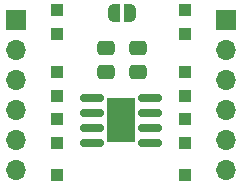
<source format=gts>
%TF.GenerationSoftware,KiCad,Pcbnew,8.0.3*%
%TF.CreationDate,2024-08-11T06:13:30+12:00*%
%TF.ProjectId,soic-8,736f6963-2d38-42e6-9b69-6361645f7063,rev?*%
%TF.SameCoordinates,Original*%
%TF.FileFunction,Soldermask,Top*%
%TF.FilePolarity,Negative*%
%FSLAX46Y46*%
G04 Gerber Fmt 4.6, Leading zero omitted, Abs format (unit mm)*
G04 Created by KiCad (PCBNEW 8.0.3) date 2024-08-11 06:13:30*
%MOMM*%
%LPD*%
G01*
G04 APERTURE LIST*
G04 Aperture macros list*
%AMRoundRect*
0 Rectangle with rounded corners*
0 $1 Rounding radius*
0 $2 $3 $4 $5 $6 $7 $8 $9 X,Y pos of 4 corners*
0 Add a 4 corners polygon primitive as box body*
4,1,4,$2,$3,$4,$5,$6,$7,$8,$9,$2,$3,0*
0 Add four circle primitives for the rounded corners*
1,1,$1+$1,$2,$3*
1,1,$1+$1,$4,$5*
1,1,$1+$1,$6,$7*
1,1,$1+$1,$8,$9*
0 Add four rect primitives between the rounded corners*
20,1,$1+$1,$2,$3,$4,$5,0*
20,1,$1+$1,$4,$5,$6,$7,0*
20,1,$1+$1,$6,$7,$8,$9,0*
20,1,$1+$1,$8,$9,$2,$3,0*%
%AMFreePoly0*
4,1,19,0.500000,-0.750000,0.000000,-0.750000,0.000000,-0.744911,-0.071157,-0.744911,-0.207708,-0.704816,-0.327430,-0.627875,-0.420627,-0.520320,-0.479746,-0.390866,-0.500000,-0.250000,-0.500000,0.250000,-0.479746,0.390866,-0.420627,0.520320,-0.327430,0.627875,-0.207708,0.704816,-0.071157,0.744911,0.000000,0.744911,0.000000,0.750000,0.500000,0.750000,0.500000,-0.750000,0.500000,-0.750000,
$1*%
%AMFreePoly1*
4,1,19,0.000000,0.744911,0.071157,0.744911,0.207708,0.704816,0.327430,0.627875,0.420627,0.520320,0.479746,0.390866,0.500000,0.250000,0.500000,-0.250000,0.479746,-0.390866,0.420627,-0.520320,0.327430,-0.627875,0.207708,-0.704816,0.071157,-0.744911,0.000000,-0.744911,0.000000,-0.750000,-0.500000,-0.750000,-0.500000,0.750000,0.000000,0.750000,0.000000,0.744911,0.000000,0.744911,
$1*%
G04 Aperture macros list end*
%ADD10R,1.000000X1.000000*%
%ADD11RoundRect,0.250000X-0.475000X0.337500X-0.475000X-0.337500X0.475000X-0.337500X0.475000X0.337500X0*%
%ADD12RoundRect,0.150000X-0.825000X-0.150000X0.825000X-0.150000X0.825000X0.150000X-0.825000X0.150000X0*%
%ADD13R,2.410000X3.810000*%
%ADD14FreePoly0,0.000000*%
%ADD15FreePoly1,0.000000*%
%ADD16R,1.700000X1.700000*%
%ADD17O,1.700000X1.700000*%
G04 APERTURE END LIST*
D10*
%TO.C,TP105*%
X-28500000Y-13800000D03*
%TD*%
D11*
%TO.C,C101*%
X-24360000Y-11762500D03*
X-24360000Y-13837500D03*
%TD*%
D10*
%TO.C,TP102*%
X-28500000Y-10600000D03*
%TD*%
%TO.C,TP103*%
X-17700000Y-10600000D03*
%TD*%
%TO.C,TP104*%
X-17700000Y-8600000D03*
%TD*%
%TO.C,TP107*%
X-28500000Y-17800000D03*
%TD*%
D12*
%TO.C,U101*%
X-25585000Y-15995000D03*
X-25585000Y-17265000D03*
X-25585000Y-18535000D03*
X-25585000Y-19805000D03*
X-20635000Y-19805000D03*
X-20635000Y-18535000D03*
X-20635000Y-17265000D03*
X-20635000Y-15995000D03*
D13*
X-23110000Y-17900000D03*
%TD*%
D10*
%TO.C,TP113*%
X-28500000Y-22500000D03*
%TD*%
%TO.C,TP108*%
X-28500000Y-19800000D03*
%TD*%
%TO.C,TP110*%
X-17700000Y-17800000D03*
%TD*%
%TO.C,TP111*%
X-17700000Y-15800000D03*
%TD*%
%TO.C,TP109*%
X-17700000Y-19800000D03*
%TD*%
%TO.C,TP112*%
X-17700000Y-13800000D03*
%TD*%
%TO.C,TP114*%
X-17700000Y-22500000D03*
%TD*%
D11*
%TO.C,C102*%
X-21640000Y-11762500D03*
X-21640000Y-13837500D03*
%TD*%
D10*
%TO.C,TP106*%
X-28500000Y-15800000D03*
%TD*%
D14*
%TO.C,JP101*%
X-23650000Y-8800000D03*
D15*
X-22350000Y-8800000D03*
%TD*%
D10*
%TO.C,TP101*%
X-28500000Y-8600000D03*
%TD*%
D16*
%TO.C,J102*%
X-14220000Y-9380000D03*
D17*
X-14220000Y-11920000D03*
X-14220000Y-14460000D03*
X-14220000Y-17000000D03*
X-14220000Y-19540000D03*
X-14220000Y-22080000D03*
%TD*%
D16*
%TO.C,J101*%
X-32000000Y-9380000D03*
D17*
X-32000000Y-11920000D03*
X-32000000Y-14460000D03*
X-32000000Y-17000000D03*
X-32000000Y-19540000D03*
X-32000000Y-22080000D03*
%TD*%
M02*

</source>
